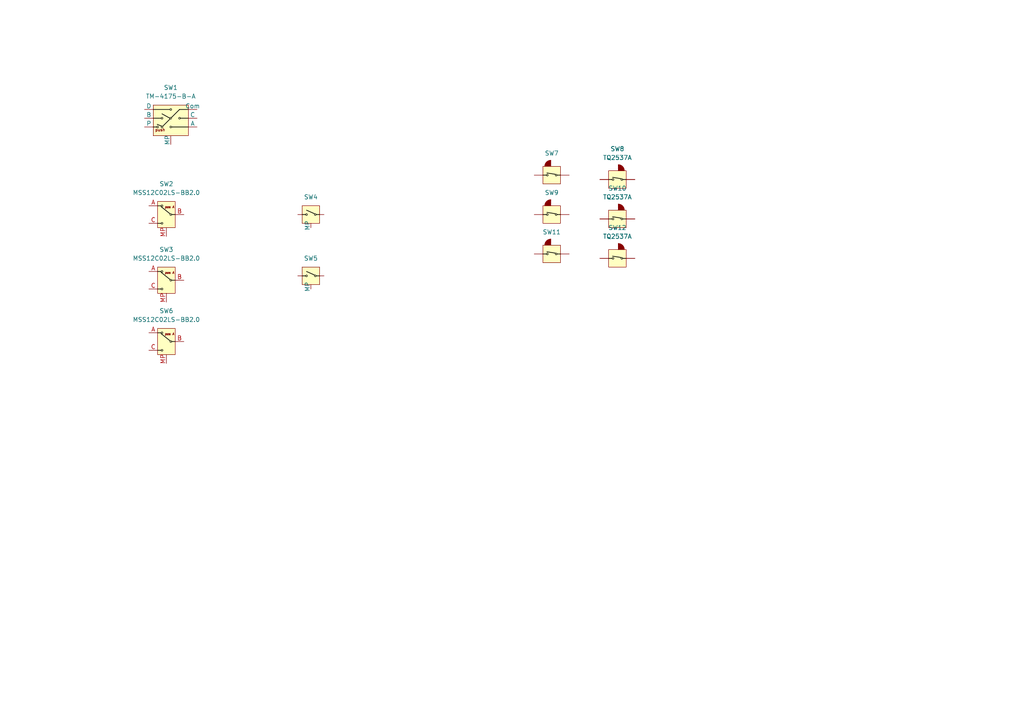
<source format=kicad_sch>
(kicad_sch (version 20231120) (generator "eeschema") (generator_version "8.0")
  (paper "A4")
  (lib_symbols
    (symbol "MSS12C02LS-BB2.0_1" (pin_names hide)
      (property "Reference" "SW" (at 0 4.572 0))
      (property "Value" "MSS12C02LS-BB2.0" (at 2.54 -5.08 0))
      (symbol "MSS12C02LS-BB2.0_1_0_1"
        (text "pos A" (at 0.9192 2.1909 0) (effects (font (size 0.635 0.635) (italic yes))))
      )
      (symbol "MSS12C02LS-BB2.0_1_1_1"
        (rectangle (start -2.54 3.81) (end 2.54 -3.81) (fill (type background)))
        (circle (center -1.27 -2.54) (radius 0.254) (stroke (width 0) (color 0 0 0 1)))
        (circle (center -1.27 2.54) (radius 0.254) (stroke (width 0) (color 0 0 0 1)))
        (polyline (pts (xy -2.54 -2.54) (xy -1.524 -2.54)) (stroke (width 0.2) (color 0 0 0 1)))
        (polyline (pts (xy -2.54 2.54) (xy -1.524 2.54)) (stroke (width 0.2) (color 0 0 0 1)))
        (polyline (pts (xy 1.016 0.254) (xy -1.524 2.286)) (stroke (width 0.2) (color 0 0 0 1)))
        (polyline (pts (xy 1.524 0) (xy 2.54 0)) (stroke (width 0.2) (color 0 0 0 1)))
        (circle (center 1.27 0) (radius 0.254) (stroke (width 0) (color 0 0 0 1)))
        (pin passive line (at -5.08 2.54 0) (length 2.54) (name "") (number "A"))
        (pin passive line (at 5.08 0 180) (length 2.54) (name "") (number "B"))
        (pin passive line (at -5.08 -2.54 0) (length 2.54) (name "") (number "C"))
        (pin passive line (at 0 -6.35 90) (length 2.54) (name "") (number "MP"))
      )
    )
    (symbol "MSS12C02LS-BB2.0_2" (pin_names hide)
      (property "Reference" "SW" (at 0 4.572 0))
      (property "Value" "MSS12C02LS-BB2.0" (at 2.54 -5.08 0))
      (symbol "MSS12C02LS-BB2.0_2_0_1"
        (text "pos A" (at 0.9192 2.1909 0) (effects (font (size 0.635 0.635) (italic yes))))
      )
      (symbol "MSS12C02LS-BB2.0_2_1_1"
        (rectangle (start -2.54 3.81) (end 2.54 -3.81) (fill (type background)))
        (circle (center -1.27 -2.54) (radius 0.254) (stroke (width 0) (color 0 0 0 1)))
        (circle (center -1.27 2.54) (radius 0.254) (stroke (width 0) (color 0 0 0 1)))
        (polyline (pts (xy -2.54 -2.54) (xy -1.524 -2.54)) (stroke (width 0.2) (color 0 0 0 1)))
        (polyline (pts (xy -2.54 2.54) (xy -1.524 2.54)) (stroke (width 0.2) (color 0 0 0 1)))
        (polyline (pts (xy 1.016 0.254) (xy -1.524 2.286)) (stroke (width 0.2) (color 0 0 0 1)))
        (polyline (pts (xy 1.524 0) (xy 2.54 0)) (stroke (width 0.2) (color 0 0 0 1)))
        (circle (center 1.27 0) (radius 0.254) (stroke (width 0) (color 0 0 0 1)))
        (pin passive line (at -5.08 2.54 0) (length 2.54) (name "") (number "A"))
        (pin passive line (at 5.08 0 180) (length 2.54) (name "") (number "B"))
        (pin passive line (at -5.08 -2.54 0) (length 2.54) (name "") (number "C"))
        (pin passive line (at 0 -6.35 90) (length 2.54) (name "") (number "MP"))
      )
    )
    (symbol "cocotter_connectors:TM-4175-B-A" (pin_numbers hide) (pin_names (offset 0))
      (property "Reference" "SW" (at -8.89 9.906 0))
      (property "Value" "TM-4175-B-A" (at 2.54 -1.016 0))
      (symbol "TM-4175-B-A_1_1"
        (rectangle (start -10.16 8.89) (end 0 0) (fill (type background)))
        (circle (center -8.89 2.54) (radius 0.254) (stroke (width 0) (color 0 0 0 1)))
        (circle (center -7.62 2.54) (radius 0.254) (stroke (width 0) (color 0 0 0 1)))
        (circle (center -7.62 5.08) (radius 0.254) (stroke (width 0) (color 0 0 0 1)))
        (circle (center -5.08 2.54) (radius 0.254) (stroke (width 0) (color 0 0 0 1)))
        (circle (center -5.08 5.08) (radius 0.254) (stroke (width 0) (color 0 0 0 1)))
        (circle (center -5.08 7.62) (radius 0.254) (stroke (width 0) (color 0 0 0 1)))
        (circle (center -2.54 5.08) (radius 0.254) (stroke (width 0) (color 0 0 0 1)))
        (polyline (pts (xy -10.16 2.54) (xy -9.144 2.54)) (stroke (width 0.2) (color 0 0 0 1)))
        (polyline (pts (xy -10.16 5.08) (xy -7.874 5.08)) (stroke (width 0.2) (color 0 0 0 1)))
        (polyline (pts (xy -10.16 7.62) (xy -5.461 7.62)) (stroke (width 0.2) (color 0 0 0 1)))
        (polyline (pts (xy -7.747 2.794) (xy -9.017 3.302)) (stroke (width 0.2) (color 0 0 0 1)))
        (polyline (pts (xy -7.366 2.794) (xy -5.334 4.826)) (stroke (width 0.2) (color 0 0 0 1)))
        (polyline (pts (xy -5.334 5.08) (xy -7.62 6.35)) (stroke (width 0.2) (color 0 0 0 1)))
        (polyline (pts (xy -4.826 5.334) (xy -2.54 7.62)) (stroke (width 0.2) (color 0 0 0 1)))
        (polyline (pts (xy -4.699 2.54) (xy 0 2.54)) (stroke (width 0.2) (color 0 0 0 1)))
        (polyline (pts (xy -2.54 7.62) (xy 0 7.62)) (stroke (width 0.2) (color 0 0 0 1)))
        (polyline (pts (xy -2.286 5.08) (xy 0 5.08)) (stroke (width 0.2) (color 0 0 0 1)))
        (text "push" (at -8.1634 1.7128 0) (effects (font (size 0.8 0.8))))
        (pin passive line (at 2.54 2.54 180) (length 2.54) (name "A") (number "1"))
        (pin passive line (at -12.7 2.54 0) (length 2.54) (name "P") (number "2"))
        (pin passive line (at 2.54 5.08 180) (length 2.54) (name "C") (number "3"))
        (pin passive line (at -12.7 5.08 0) (length 2.54) (name "B") (number "4"))
        (pin passive line (at 2.54 7.62 180) (length 2.54) (name "Com") (number "5"))
        (pin passive line (at -12.7 7.62 0) (length 2.54) (name "D") (number "6"))
        (pin free line (at -5.08 -2.54 90) (length 2.54) (name "MP") (number "MP"))
      )
    )
    (symbol "cocotter_connectors:TQ2537" (pin_numbers hide) (pin_names (offset 0) hide)
      (property "Reference" "SW" (at 1.651 3.429 0))
      (symbol "TQ2537_0_1"
        (polyline (pts (xy -0.254 4.318) (xy -0.254 2.54)))
      )
      (symbol "TQ2537_1_1"
        (rectangle (start -2.54 2.54) (end 2.54 -2.54) (fill (type background)))
        (circle (center -1.27 0) (radius 0.254) (stroke (width 0) (color 0 0 0 1)))
        (arc (start -0.254 4.318) (mid -1.5105 3.7965) (end -2.032 2.54) (fill (type outline)))
        (polyline (pts (xy -2.54 0) (xy -1.524 0)) (stroke (width 0.2) (color 0 0 0 1)))
        (polyline (pts (xy 1.016 0.254) (xy -1.397 0.635)) (stroke (width 0.2) (color 0 0 0 1)))
        (polyline (pts (xy 1.524 0) (xy 2.54 0)) (stroke (width 0.2) (color 0 0 0 1)))
        (circle (center 1.27 0) (radius 0.254) (stroke (width 0) (color 0 0 0 1)))
        (pin passive line (at -5.08 0 0) (length 2.54) (name "") (number "1"))
        (pin passive line (at 5.08 0 180) (length 2.54) (name "") (number "2"))
      )
    )
    (symbol "cocotter_connectors:TQ2537A" (pin_numbers hide) (pin_names (offset 0) hide)
      (property "Reference" "SW" (at -2.794 3.302 0))
      (property "Value" "TQ2537A" (at 0 -3.81 0))
      (symbol "TQ2537A_0_1"
        (polyline (pts (xy 0.254 4.318) (xy 0.254 2.54)))
      )
      (symbol "TQ2537A_1_1"
        (rectangle (start -2.54 2.54) (end 2.54 -2.54) (fill (type background)))
        (circle (center -1.27 0) (radius 0.254) (stroke (width 0) (color 0 0 0 1)))
        (polyline (pts (xy -2.54 0) (xy -1.524 0)) (stroke (width 0.2) (color 0 0 0 1)))
        (polyline (pts (xy 1.016 0.254) (xy -1.397 0.635)) (stroke (width 0.2) (color 0 0 0 1)))
        (polyline (pts (xy 1.524 0) (xy 2.54 0)) (stroke (width 0.2) (color 0 0 0 1)))
        (circle (center 1.27 0) (radius 0.254) (stroke (width 0) (color 0 0 0 1)))
        (arc (start 2.032 2.54) (mid 1.5105 3.7965) (end 0.254 4.318) (fill (type outline)))
        (pin passive line (at -5.08 0 0) (length 2.54) (name "") (number "1"))
        (pin passive line (at 5.08 0 180) (length 2.54) (name "") (number "2"))
      )
    )
    (symbol "cocotter_others:TSB001A3526A02" (pin_numbers hide) (pin_names (offset 0))
      (property "Reference" "SW" (at 0 4.572 0))
      (symbol "TSB001A3526A02_1_1"
        (rectangle (start -2.54 2.54) (end 2.54 -2.54) (fill (type background)))
        (circle (center -1.27 0) (radius 0.254) (stroke (width 0) (color 0 0 0 1)))
        (polyline (pts (xy -2.54 0) (xy -1.524 0)) (stroke (width 0.2) (color 0 0 0 1)))
        (polyline (pts (xy 1.016 0.254) (xy -1.27 1.27)) (stroke (width 0.2) (color 0 0 0 1)))
        (polyline (pts (xy 1.524 0) (xy 2.54 0)) (stroke (width 0.2) (color 0 0 0 1)))
        (circle (center 1.27 0) (radius 0.254) (stroke (width 0) (color 0 0 0 1)))
        (pin passive line (at -3.81 0 0) (length 1.27) (name "") (number "1"))
        (pin passive line (at 3.81 0 180) (length 1.27) (name "") (number "2"))
        (pin free line (at 0 -3.81 90) (length 1.27) (name "MP") (number "MP"))
      )
    )
  )
  (symbol (lib_name "MSS12C02LS-BB2.0_2") (lib_id "cocotter_connectors:MSS12C02LS-BB2.0") (at 48.26 81.28 0) (unit 1)
    (property "Reference" "SW3" (at 48.26 72.39 0))
    (property "Value" "MSS12C02LS-BB2.0" (at 48.26 74.93 0))
    (property "Footprint" "cocotter_connectors:MSS12C02LS-BB2.0" (effects (hide yes)))
    (property "Datasheet" "https://www.mouser.fr/datasheet/2/910/606_MSS614-1571571.pdf" (effects (hide yes)))
    (property "Description" "100mA max, 12Vdc, 10000 cycles" (effects (hide yes)))
    (property "JLCPCB Part #" "C3008585" (effects (hide yes)))
  )
  (symbol (lib_id "cocotter_others:TSB001A3526A02") (at 90.17 62.23 0) (unit 1)
    (property "Reference" "SW4" (at 90.17 57.15 0))
    (property "Value" "TSB001A3526A02" (effects (hide yes)))
    (property "Footprint" "cocotter_others:TSB001A3526A02" (effects (hide yes)))
    (property "Datasheet" "https://wmsc.lcsc.com/wmsc/upload/file/pdf/v2/lcsc/2108252230_BZCN-TSB001A3526A02_C2888889.pdf" (effects (hide yes)))
    (property "Description" "50mA max, 12Vdc, 100mohms max" (effects (hide yes)))
    (property "JLCPCB Part #" "C2888889" (effects (hide yes)))
  )
  (symbol (lib_id "cocotter_connectors:TQ2537") (at 160.02 62.23 0) (unit 1)
    (property "Reference" "SW9" (at 160.02 55.88 0))
    (property "Value" "TQ2537" (effects (hide yes)))
    (property "Footprint" "cocotter_connectors:TQ2537" (effects (hide yes)))
    (property "Datasheet" "https://www.lcsc.com/product-detail/microswitches_yuandi_tq-2537_C669818.html" (effects (hide yes)))
    (property "Description" "microswitch 50mA 12V SMD" (effects (hide yes)))
    (property "Mouser" "C669818" (effects (hide yes)))
  )
  (symbol (lib_name "MSS12C02LS-BB2.0_1") (lib_id "cocotter_connectors:MSS12C02LS-BB2.0") (at 48.26 99.06 0) (unit 1)
    (property "Reference" "SW6" (at 48.26 90.17 0))
    (property "Value" "MSS12C02LS-BB2.0" (at 48.26 92.71 0))
    (property "Footprint" "cocotter_connectors:MSS12C02LS-BB2.0" (effects (hide yes)))
    (property "Datasheet" "https://www.mouser.fr/datasheet/2/910/606_MSS614-1571571.pdf" (effects (hide yes)))
    (property "Description" "100mA max, 12Vdc, 10000 cycles" (effects (hide yes)))
    (property "JLCPCB Part #" "C3008585" (effects (hide yes)))
  )
  (symbol (lib_id "cocotter_connectors:TM-4175-B-A") (at 54.61 39.37 0) (unit 1)
    (property "Reference" "SW1" (at 49.53 25.4 0))
    (property "Value" "TM-4175-B-A" (at 49.53 27.94 0))
    (property "Footprint" "cocotter_connectors:TM-4175-B-A" (effects (hide yes)))
    (property "Description" "5 dimensions switch with  center push, SMD" (effects (hide yes)))
    (property "DIGIKEY_REF" "450-2425755-1TR-ND" (effects (hide yes)))
    (property "JLCPCB Part #" "C465995" (effects (hide yes)))
  )
  (symbol (lib_id "cocotter_connectors:TQ2537A") (at 179.07 74.93 0) (unit 1)
    (property "Reference" "SW12" (at 179.07 66.04 0))
    (property "Value" "TQ2537A" (at 179.07 68.58 0))
    (property "Footprint" "cocotter_connectors:TQ2537A" (effects (hide yes)))
    (property "Datasheet" "https://www.lcsc.com/product-detail/Microswitches_Yuandi-TQ-2537A_C669819.html" (effects (hide yes)))
    (property "Description" "microswitch 50mA 12V SMD" (effects (hide yes)))
    (property "Mouser" "667-ESE-22MH22" (effects (hide yes)))
  )
  (symbol (lib_name "MSS12C02LS-BB2.0_1") (lib_id "cocotter_connectors:MSS12C02LS-BB2.0") (at 48.26 62.23 0) (unit 1)
    (property "Reference" "SW2" (at 48.26 53.34 0))
    (property "Value" "MSS12C02LS-BB2.0" (at 48.26 55.88 0))
    (property "Footprint" "cocotter_connectors:MSS12C02LS-BB2.0" (effects (hide yes)))
    (property "Datasheet" "https://www.mouser.fr/datasheet/2/910/606_MSS614-1571571.pdf" (effects (hide yes)))
    (property "Description" "100mA max, 12Vdc, 10000 cycles" (effects (hide yes)))
    (property "JLCPCB Part #" "C3008585" (effects (hide yes)))
  )
  (symbol (lib_id "cocotter_connectors:TQ2537") (at 160.02 73.66 0) (unit 1)
    (property "Reference" "SW11" (at 160.02 67.31 0))
    (property "Value" "TQ2537" (effects (hide yes)))
    (property "Footprint" "cocotter_connectors:TQ2537" (effects (hide yes)))
    (property "Datasheet" "https://www.lcsc.com/product-detail/microswitches_yuandi_tq-2537_C669818.html" (effects (hide yes)))
    (property "Description" "microswitch 50mA 12V SMD" (effects (hide yes)))
    (property "Mouser" "C669818" (effects (hide yes)))
  )
  (symbol (lib_id "cocotter_connectors:TQ2537") (at 160.02 50.8 0) (unit 1)
    (property "Reference" "SW7" (at 160.02 44.45 0))
    (property "Value" "TQ2537" (effects (hide yes)))
    (property "Footprint" "cocotter_connectors:TQ2537" (effects (hide yes)))
    (property "Datasheet" "https://www.lcsc.com/product-detail/microswitches_yuandi_tq-2537_C669818.html" (effects (hide yes)))
    (property "Description" "microswitch 50mA 12V SMD" (effects (hide yes)))
    (property "Mouser" "C669818" (effects (hide yes)))
  )
  (symbol (lib_id "cocotter_connectors:TQ2537A") (at 179.07 63.5 0) (unit 1)
    (property "Reference" "SW10" (at 179.07 54.61 0))
    (property "Value" "TQ2537A" (at 179.07 57.15 0))
    (property "Footprint" "cocotter_connectors:TQ2537A" (effects (hide yes)))
    (property "Datasheet" "https://www.lcsc.com/product-detail/Microswitches_Yuandi-TQ-2537A_C669819.html" (effects (hide yes)))
    (property "Description" "microswitch 50mA 12V SMD" (effects (hide yes)))
    (property "Mouser" "667-ESE-22MH22" (effects (hide yes)))
  )
  (symbol (lib_id "cocotter_others:TSB001A3526A02") (at 90.17 80.01 0) (unit 1)
    (property "Reference" "SW5" (at 90.17 74.93 0))
    (property "Value" "TSB001A3526A02" (effects (hide yes)))
    (property "Footprint" "cocotter_others:TSB001A3526A02" (effects (hide yes)))
    (property "Datasheet" "https://wmsc.lcsc.com/wmsc/upload/file/pdf/v2/lcsc/2108252230_BZCN-TSB001A3526A02_C2888889.pdf" (effects (hide yes)))
    (property "Description" "50mA max, 12Vdc, 100mohms max" (effects (hide yes)))
    (property "JLCPCB Part #" "C2888889" (effects (hide yes)))
  )
  (symbol (lib_id "cocotter_connectors:TQ2537A") (at 179.07 52.07 0) (unit 1)
    (property "Reference" "SW8" (at 179.07 43.18 0))
    (property "Value" "TQ2537A" (at 179.07 45.72 0))
    (property "Footprint" "cocotter_connectors:TQ2537A" (effects (hide yes)))
    (property "Datasheet" "https://www.lcsc.com/product-detail/Microswitches_Yuandi-TQ-2537A_C669819.html" (effects (hide yes)))
    (property "Description" "microswitch 50mA 12V SMD" (effects (hide yes)))
    (property "Mouser" "667-ESE-22MH22" (effects (hide yes)))
  )
)
</source>
